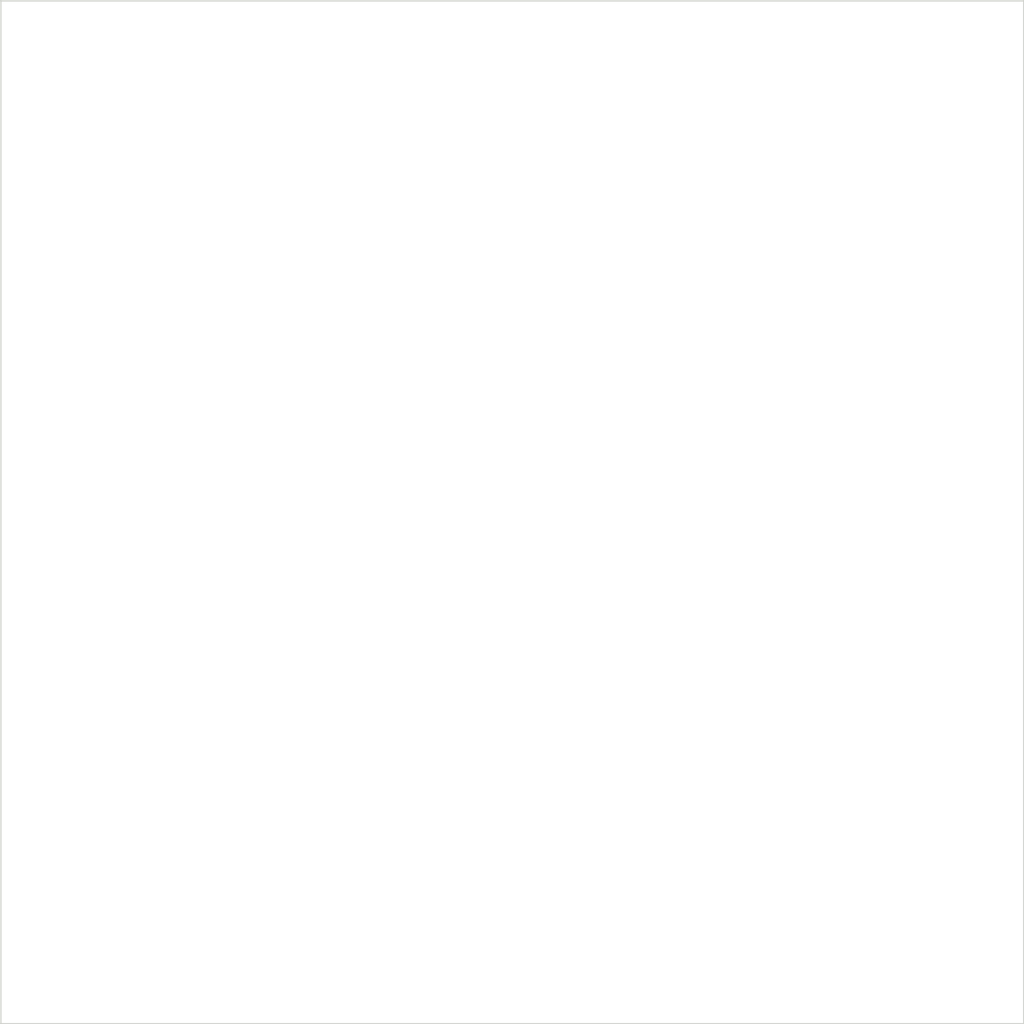
<source format=kicad_pcb>
(kicad_pcb
	(version 20240108)
	(generator "pcbnew")
	(generator_version "8.0")
	(general
		(thickness 1.6)
		(legacy_teardrops no)
	)
	(paper "A4")
	(layers
		(0 "F.Cu" signal)
		(31 "B.Cu" signal)
		(32 "B.Adhes" user "B.Adhesive")
		(33 "F.Adhes" user "F.Adhesive")
		(34 "B.Paste" user)
		(35 "F.Paste" user)
		(36 "B.SilkS" user "B.Silkscreen")
		(37 "F.SilkS" user "F.Silkscreen")
		(38 "B.Mask" user)
		(39 "F.Mask" user)
		(40 "Dwgs.User" user "User.Drawings")
		(41 "Cmts.User" user "User.Comments")
		(42 "Eco1.User" user "User.Eco1")
		(43 "Eco2.User" user "User.Eco2")
		(44 "Edge.Cuts" user)
		(45 "Margin" user)
		(46 "B.CrtYd" user "B.Courtyard")
		(47 "F.CrtYd" user "F.Courtyard")
		(48 "B.Fab" user)
		(49 "F.Fab" user)
		(50 "User.1" user)
		(51 "User.2" user)
		(52 "User.3" user)
		(53 "User.4" user)
		(54 "User.5" user)
		(55 "User.6" user)
		(56 "User.7" user)
		(57 "User.8" user)
		(58 "User.9" user)
	)
	(setup
		(pad_to_mask_clearance 0)
		(allow_soldermask_bridges_in_footprints no)
		(pcbplotparams
			(layerselection 0x00010fc_ffffffff)
			(plot_on_all_layers_selection 0x0000000_00000000)
			(disableapertmacros no)
			(usegerberextensions no)
			(usegerberattributes yes)
			(usegerberadvancedattributes yes)
			(creategerberjobfile yes)
			(dashed_line_dash_ratio 12.000000)
			(dashed_line_gap_ratio 3.000000)
			(svgprecision 4)
			(plotframeref no)
			(viasonmask no)
			(mode 1)
			(useauxorigin no)
			(hpglpennumber 1)
			(hpglpenspeed 20)
			(hpglpendiameter 15.000000)
			(pdf_front_fp_property_popups yes)
			(pdf_back_fp_property_popups yes)
			(dxfpolygonmode yes)
			(dxfimperialunits yes)
			(dxfusepcbnewfont yes)
			(psnegative no)
			(psa4output no)
			(plotreference yes)
			(plotvalue yes)
			(plotfptext yes)
			(plotinvisibletext no)
			(sketchpadsonfab no)
			(subtractmaskfromsilk no)
			(outputformat 1)
			(mirror no)
			(drillshape 1)
			(scaleselection 1)
			(outputdirectory "")
		)
	)
	(net 0 "")
	(gr_rect
		(start 99.5 59)
		(end 131.5 91)
		(stroke
			(width 0.05)
			(type default)
		)
		(fill none)
		(layer "Edge.Cuts")
		(uuid "cd7e371c-ac22-4b4b-90c3-23731e221267")
	)
)

</source>
